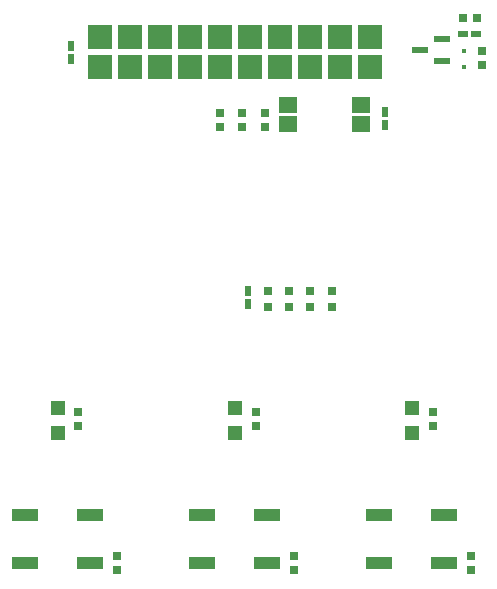
<source format=gtp>
%FSLAX43Y43*%
%MOMM*%
G71*
G01*
G75*
G04 Layer_Color=8421504*
%ADD10R,1.500X1.350*%
%ADD11R,0.650X0.800*%
%ADD12R,0.762X0.762*%
%ADD13R,0.600X0.900*%
%ADD14R,1.200X1.200*%
%ADD15R,1.400X0.600*%
%ADD16R,0.400X0.400*%
%ADD17R,0.900X0.600*%
%ADD18R,2.250X1.000*%
%ADD19R,0.800X0.650*%
%ADD20C,0.200*%
%ADD21C,0.250*%
%ADD22C,1.800*%
%ADD23R,1.800X1.800*%
%ADD24C,2.000*%
%ADD25C,3.600*%
%ADD26C,0.550*%
%ADD27R,2.200X0.350*%
%ADD28C,0.800*%
%ADD29C,0.100*%
%ADD30C,0.254*%
%ADD31R,2.100X2.100*%
D10*
X34540Y50100D02*
D03*
Y51750D02*
D03*
X40700Y50100D02*
D03*
Y51750D02*
D03*
D11*
X35000Y13550D02*
D03*
Y12350D02*
D03*
X20000Y13550D02*
D03*
Y12350D02*
D03*
X50000Y13550D02*
D03*
Y12350D02*
D03*
X32540Y51100D02*
D03*
Y49900D02*
D03*
X30640Y51100D02*
D03*
Y49900D02*
D03*
X16750Y25754D02*
D03*
Y24555D02*
D03*
X50900Y56325D02*
D03*
Y55125D02*
D03*
X31800Y24555D02*
D03*
Y25754D02*
D03*
X46800Y24555D02*
D03*
Y25754D02*
D03*
X28740Y51100D02*
D03*
Y49900D02*
D03*
D12*
X38192Y34605D02*
D03*
Y36002D02*
D03*
X36393Y34605D02*
D03*
Y36002D02*
D03*
X34593Y34605D02*
D03*
Y36002D02*
D03*
X32793Y34605D02*
D03*
Y36002D02*
D03*
D13*
X42700Y51150D02*
D03*
Y50050D02*
D03*
X31093Y34864D02*
D03*
Y35964D02*
D03*
X16175Y55650D02*
D03*
Y56750D02*
D03*
D14*
X15000Y23950D02*
D03*
Y26050D02*
D03*
X30000D02*
D03*
Y23950D02*
D03*
X45000Y26050D02*
D03*
Y23950D02*
D03*
D15*
X47550Y55450D02*
D03*
Y57350D02*
D03*
X45650Y56400D02*
D03*
D16*
X49425Y56325D02*
D03*
Y54925D02*
D03*
D17*
X49350Y57725D02*
D03*
X50450D02*
D03*
D18*
X27250Y17000D02*
D03*
X32750D02*
D03*
Y13000D02*
D03*
X27250D02*
D03*
X12250Y17000D02*
D03*
X17750D02*
D03*
Y13000D02*
D03*
X12250D02*
D03*
X42250Y17000D02*
D03*
X47750D02*
D03*
Y13000D02*
D03*
X42250D02*
D03*
D19*
X50500Y59100D02*
D03*
X49300D02*
D03*
D31*
X18570Y54930D02*
D03*
X21110D02*
D03*
X18570Y57470D02*
D03*
X21110D02*
D03*
X23650D02*
D03*
Y54930D02*
D03*
X26190D02*
D03*
Y57470D02*
D03*
X28730Y54930D02*
D03*
Y57470D02*
D03*
X31270D02*
D03*
Y54930D02*
D03*
X33810D02*
D03*
Y57470D02*
D03*
X36350D02*
D03*
Y54930D02*
D03*
X38890D02*
D03*
Y57470D02*
D03*
X41430D02*
D03*
Y54930D02*
D03*
M02*

</source>
